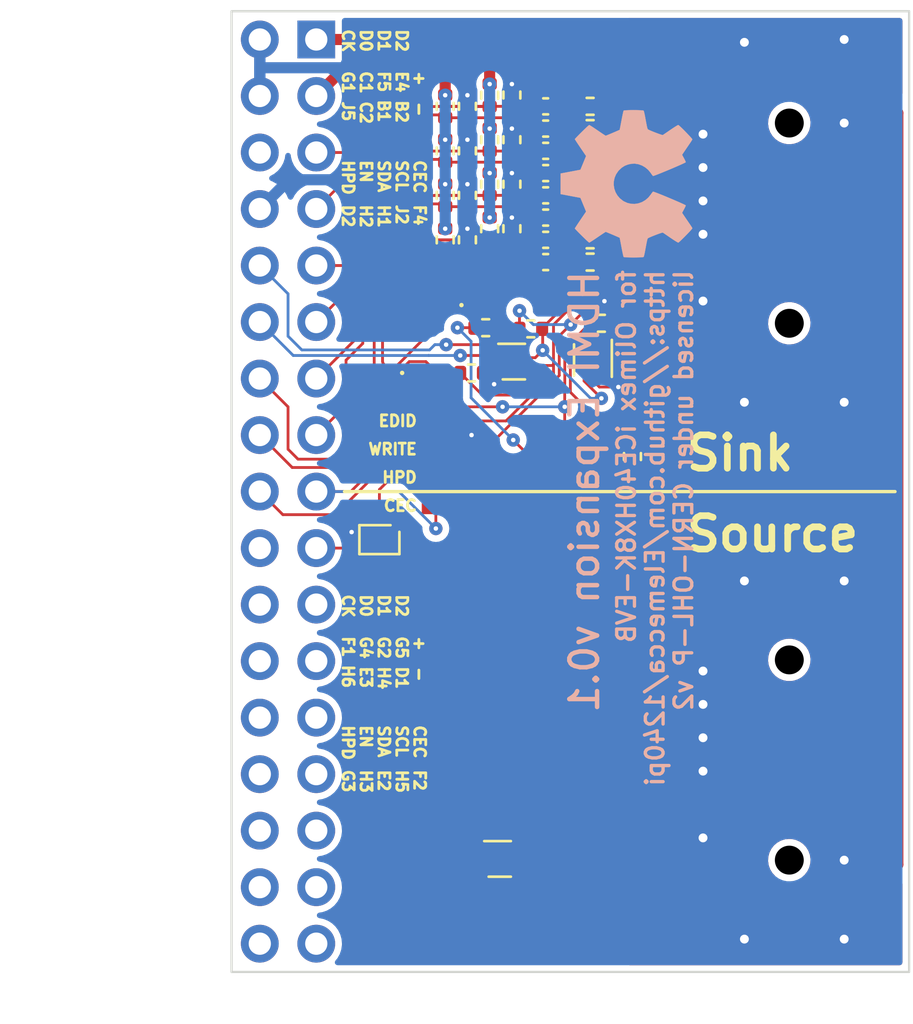
<source format=kicad_pcb>
(kicad_pcb (version 20211014) (generator pcbnew)
  (title_block (title "HDMI Expansion for Olimex ICE40HX8K-EVB") (date "2022-04-19") (rev "0.1") (company "© 2022 Sam Hanes, licensed under CERN-OHL-P v2") (comment 1 "https://github.com/Elemecca/1240pi"))
  (layers (0 "F.Cu" signal "Front") (31 "B.Cu" signal "Back") (34 "B.Paste" user) (35 "F.Paste" user) (36 "B.SilkS" user "B.Silkscreen") (37 "F.SilkS" user "F.Silkscreen") (38 "B.Mask" user) (39 "F.Mask" user) (44 "Edge.Cuts" user))
  (property "LVDS_TERM" "100R")
  (property "TMDS_R1" "150R")
  (property "TMDS_R2" "82R")
  (property "TMDS_R3" "50R")
  (net 0 "")
  (net 1 "GND")
  (net 3 "/IN_D2_P")
  (net 4 "/IN_D2_N")
  (net 5 "/IN_D0_P")
  (net 6 "/IN_D0_N")
  (net 7 "/IN_D1_P")
  (net 8 "/IN_D1_N")
  (net 10 "Net-(C1-Pad1)")
  (net 11 "/IN_CK_P")
  (net 12 "Net-(C2-Pad1)")
  (net 13 "/IN_CK_N")
  (net 14 "Net-(C3-Pad1)")
  (net 15 "/IN_SDA")
  (net 16 "Net-(C4-Pad1)")
  (net 17 "/IN_SCL")
  (net 18 "/HDMI In/HDMI_D2_P")
  (net 20 "/HDMI In/HDMI_D2_N")
  (net 21 "/HDMI In/HDMI_D1_P")
  (net 22 "/HDMI In/HDMI_D1_N")
  (net 23 "Net-(C5-Pad1)")
  (net 24 "/HDMI In/HDMI_D0_P")
  (net 25 "Net-(C6-Pad1)")
  (net 26 "/HDMI In/HDMI_D0_N")
  (net 27 "Net-(C7-Pad1)")
  (net 28 "/HDMI In/HDMI_CK_P")
  (net 29 "Net-(C8-Pad1)")
  (net 30 "/HDMI In/HDMI_CK_N")
  (net 31 "+5V")
  (net 32 "Net-(D2-Pad1)")
  (net 33 "/HDMI In/HDMI_SCL")
  (net 35 "/HDMI In/HDMI_SDA")
  (net 36 "/HDMI In/HDMI_+5V")
  (net 37 "/HDMI Out/HDMI_HPD")
  (net 38 "/HDMI Out/HDMI_+5V")
  (net 39 "/HDMI Out/HDMI_SDA")
  (net 40 "/HDMI Out/HDMI_SCL")
  (net 42 "/HDMI Out/HDMI_CK_N")
  (net 43 "/HDMI Out/HDMI_CK_P")
  (net 44 "/HDMI Out/HDMI_D0_N")
  (net 45 "/HDMI Out/HDMI_D0_P")
  (net 46 "/HDMI Out/HDMI_D1_N")
  (net 47 "/HDMI Out/HDMI_D1_P")
  (net 48 "/HDMI Out/HDMI_D2_N")
  (net 49 "/HDMI Out/HDMI_D2_P")
  (net 50 "/OUT_SCL")
  (net 51 "/OUT_SDA")
  (net 52 "/OUT_CK_N")
  (net 53 "/OUT_D0_N")
  (net 54 "/OUT_CK_P")
  (net 55 "/OUT_D0_P")
  (net 56 "/OUT_D1_N")
  (net 57 "/OUT_D2_N")
  (net 58 "/OUT_D1_P")
  (net 59 "/OUT_D2_P")
  (net 60 "/OUT_DETECT")
  (net 61 "/OUT_ENABLE")
  (net 62 "/OUT_CEC")
  (net 63 "/IN_DETECT")
  (net 64 "/IN_CEC")
  (net 65 "/IN_ENABLE")
  (net 66 "Net-(D1-Pad2)")
  (net 67 "/HDMI In/HDMI_HPD")
  (net 68 "/HDMI In/~{WC}")
  (net 69 "VCC")
  (net 70 "Net-(SW1-Pad8)")
  (footprint "Resistor_SMD:R_0402_1005Metric" (layer "F.Cu") (at 142.96 100.445 90)
    (fp_text reference "R26" hide)
    (fp_text value "150R" hide)
  )
  (footprint "Capacitor_SMD:C_0402_1005Metric" (layer "F.Cu") (at 147.48 99.445 180)
    (fp_text reference "C4" hide)
    (fp_text value "C" hide)
  )
  (footprint "Resistor_SMD:R_0402_1005Metric" (layer "F.Cu") (at 143.96 96.445 -90)
    (fp_text reference "R23" hide)
    (fp_text value "82R" hide)
  )
  (footprint "Resistor_SMD:R_0402_1005Metric" (layer "F.Cu") (at 149.48 99.445 180)
    (fp_text reference "R4" hide)
    (fp_text value "50R" hide)
  )
  (footprint "Capacitor_SMD:C_0402_1005Metric" (layer "F.Cu") (at 147.48 101.445 180)
    (fp_text reference "C8" hide)
    (fp_text value "C" hide)
  )
  (footprint "Resistor_SMD:R_0402_1005Metric" (layer "F.Cu") (at 144.145 106.426)
    (fp_text reference "R22" hide)
    (fp_text value "10k" hide)
  )
  (footprint "Package_SON:X2SON-8_1.4x1mm_P0.35mm" (layer "F.Cu") (at 145.415 128.27)
    (fp_text reference "U2" hide)
    (fp_text value "NXP_NTS0302" hide)
  )
  (footprint "0Local:ST_UFDFPN5" (layer "F.Cu") (at 149.606 105.8418 -90)
    (fp_text reference "U3" hide)
    (fp_text value "M24C02" hide)
  )
  (footprint "Resistor_SMD:R_0402_1005Metric" (layer "F.Cu") (at 149.48 101.445 180)
    (fp_text reference "R8" hide)
    (fp_text value "50R" hide)
  )
  (footprint "Capacitor_SMD:C_0402_1005Metric" (layer "F.Cu") (at 147.48 100.445 180)
    (fp_text reference "C7" hide)
    (fp_text value "C" hide)
  )
  (footprint "Resistor_SMD:R_0402_1005Metric" (layer "F.Cu") (at 149.987 104.195)
    (fp_text reference "R29" hide)
    (fp_text value "1k" hide)
  )
  (footprint "Resistor_SMD:R_0402_1005Metric" (layer "F.Cu") (at 145.96 93.935 -90)
    (fp_text reference "R9" hide)
    (fp_text value "82R" hide)
  )
  (footprint "Resistor_SMD:R_0402_1005Metric" (layer "F.Cu") (at 149.48 94.445 180)
    (fp_text reference "R1" hide)
    (fp_text value "50R" hide)
  )
  (footprint "Resistor_SMD:R_0402_1005Metric" (layer "F.Cu") (at 149.48 97.445 180)
    (fp_text reference "R6" hide)
    (fp_text value "50R" hide)
  )
  (footprint "Resistor_SMD:R_0402_1005Metric" (layer "F.Cu") (at 142.96 98.445 90)
    (fp_text reference "R16" hide)
    (fp_text value "150R" hide)
  )
  (footprint "Capacitor_SMD:C_0402_1005Metric" (layer "F.Cu") (at 147.48 97.445 180)
    (fp_text reference "C6" hide)
    (fp_text value "C" hide)
  )
  (footprint "Resistor_SMD:R_0402_1005Metric" (layer "F.Cu") (at 144.96 95.945 90)
    (fp_text reference "R19" hide)
    (fp_text value "150R" hide)
  )
  (footprint "Resistor_SMD:R_0402_1005Metric" (layer "F.Cu") (at 143.96 98.445 -90)
    (fp_text reference "R14" hide)
    (fp_text value "82R" hide)
  )
  (footprint "Resistor_SMD:R_0402_1005Metric" (layer "F.Cu") (at 146.812 104.4448)
    (fp_text reference "R27" hide)
    (fp_text value "47k" hide)
  )
  (footprint "Resistor_SMD:R_0402_1005Metric" (layer "F.Cu") (at 144.96 99.945 90)
    (fp_text reference "R20" hide)
    (fp_text value "150R" hide)
  )
  (footprint "0Local:CNC_2000-1-2-41-00-BK" (layer "F.Cu") (at 152.48 123.825 90)
    (fp_text reference "J3" hide)
    (fp_text value "HDMI_A" hide)
  )
  (footprint "Resistor_SMD:R_0402_1005Metric" (layer "F.Cu") (at 145.96 95.945 -90)
    (fp_text reference "R17" hide)
    (fp_text value "82R" hide)
  )
  (footprint "Resistor_SMD:R_0402_1005Metric" (layer "F.Cu") (at 143.96 94.445 -90)
    (fp_text reference "R13" hide)
    (fp_text value "82R" hide)
  )
  (footprint "Resistor_SMD:R_0402_1005Metric" (layer "F.Cu") (at 149.48 98.445 180)
    (fp_text reference "R3" hide)
    (fp_text value "50R" hide)
  )
  (footprint "Resistor_SMD:R_0402_1005Metric" (layer "F.Cu") (at 144.96 93.945 90)
    (fp_text reference "R11" hide)
    (fp_text value "150R" hide)
  )
  (footprint "Capacitor_SMD:C_0402_1005Metric" (layer "F.Cu") (at 147.48 96.445 180)
    (fp_text reference "C5" hide)
    (fp_text value "C" hide)
  )
  (footprint "Package_TO_SOT_SMD:SOT-886" (layer "F.Cu") (at 140 113.92 -90)
    (fp_text reference "U4" hide)
    (fp_text value "74LVC1G17" hide)
  )
  (footprint "Diode_SMD:D_0402_1005Metric" (layer "F.Cu") (at 144.782 103.378)
    (fp_text reference "D1" hide)
    (fp_text value "SBA0520Q" hide)
  )
  (footprint "Diode_SMD:D_0402_1005Metric" (layer "F.Cu") (at 142.113 106.426)
    (fp_text reference "D2" hide)
    (fp_text value "SBA0520Q" hide)
  )
  (footprint "Resistor_SMD:R_0402_1005Metric" (layer "F.Cu") (at 142.96 96.445 90)
    (fp_text reference "R25" hide)
    (fp_text value "150R" hide)
  )
  (footprint "Resistor_SMD:R_0402_1005Metric" (layer "F.Cu") (at 145.96 99.945 -90)
    (fp_text reference "R18" hide)
    (fp_text value "82R" hide)
  )
  (footprint "Package_SON:X2SON-8_1.4x1mm_P0.35mm" (layer "F.Cu") (at 146.05 105.918)
    (fp_text reference "U1" hide)
    (fp_text value "NTS0302" hide)
  )
  (footprint "Resistor_SMD:R_0402_1005Metric" (layer "F.Cu") (at 144.96 97.945 90)
    (fp_text reference "R12" hide)
    (fp_text value "150R" hide)
  )
  (footprint "Capacitor_SMD:C_0402_1005Metric" (layer "F.Cu") (at 147.48 98.445 180)
    (fp_text reference "C3" hide)
    (fp_text value "C" hide)
  )
  (footprint "Capacitor_SMD:C_0402_1005Metric" (layer "F.Cu") (at 147.48 95.445 180)
    (fp_text reference "C2" hide)
    (fp_text value "C" hide)
  )
  (footprint "Resistor_SMD:R_0402_1005Metric" (layer "F.Cu") (at 143.96 100.445 -90)
    (fp_text reference "R24" hide)
    (fp_text value "82R" hide)
  )
  (footprint "Resistor_SMD:R_0402_1005Metric" (layer "F.Cu") (at 144.782 104.394)
    (fp_text reference "R21" hide)
    (fp_text value "27k" hide)
  )
  (footprint "Resistor_SMD:R_0402_1005Metric" (layer "F.Cu") (at 149.48 96.445 180)
    (fp_text reference "R5" hide)
    (fp_text value "50R" hide)
  )
  (footprint "0Local:CNC_2000-1-2-41-00-BK" (layer "F.Cu") (at 152.48 99.695 90)
    (fp_text reference "J2" hide)
    (fp_text value "HDMI_A" hide)
  )
  (footprint "Resistor_SMD:R_0402_1005Metric" (layer "F.Cu") (at 149.48 95.445 180)
    (fp_text reference "R2" hide)
    (fp_text value "50R" hide)
  )
  (footprint "Resistor_SMD:R_0402_1005Metric" (layer "F.Cu") (at 145.96 97.945 -90)
    (fp_text reference "R10" hide)
    (fp_text value "82R" hide)
  )
  (footprint "0Local:CTS_218-4" (layer "F.Cu") (at 146.35 110.49)
    (fp_text reference "SW1" hide)
    (fp_text value "CTS_218-4LPSTR" hide)
  )
  (footprint "Connector_PinSocket_2.54mm:PinSocket_2x17_P2.54mm_Horizontal" (layer "F.Cu") (at 137.16 91.44)
    (fp_text reference "J1" hide)
    (fp_text value "Conn_02x17_Odd_Even")
  )
  (footprint "Resistor_SMD:R_0402_1005Metric" (layer "F.Cu") (at 149.48 100.445 180)
    (fp_text reference "R7" hide)
    (fp_text value "50R" hide)
  )
  (footprint "Capacitor_SMD:C_0402_1005Metric" (layer "F.Cu") (at 147.48 94.445 180)
    (fp_text reference "C1" hide)
    (fp_text value "C" hide)
  )
  (footprint "Resistor_SMD:R_0402_1005Metric" (layer "F.Cu") (at 151.384 110.1852 -90)
    (fp_text reference "R28" hide)
    (fp_text value "10k" hide)
  )
  (footprint "Resistor_SMD:R_0402_1005Metric" (layer "F.Cu") (at 142.96 94.445 90)
    (fp_text reference "R15" hide)
    (fp_text value "150R" hide)
  )
  (footprint "Symbol:OSHW-Symbol_6.7x6mm_SilkScreen" (layer "B.Cu") (at 151.13 97.917 -90)
    (fp_text reference "REF**" hide)
    (fp_text value "OSHW-Symbol_6.7x6mm_SilkScreen" hide)
  )
  (gr_line (start 163.195 111.76) (end 139.7 111.76) (layer "F.SilkS") (width 0.15))
  (gr_line (start 139.7 111.76) (end 138.43 111.76) (layer "F.SilkS") (width 0.15))
  (gr_rect (start 133.35 90.17) (end 163.83 133.35) (layer "Edge.Cuts") (width 0.1) (fill none))
  (gr_text "for Olimex iCE40HX8K-EVB\nhttps://github.com/Elemecca/1240pi\nlicensed under CERN-OHL-P v2" (at 152.4 101.727 90) (layer "B.SilkS") (effects (font (size 0.8 0.8)) (justify left mirror)))
  (gr_text "HDMI Expansion v${REVISION}" (at 149.225 101.727 90) (layer "B.SilkS") (effects (font (size 1.25 1.25) (thickness 0.2)) (justify left mirror)))
  (gr_text "Source" (at 153.67 113.665) (layer "F.SilkS") (effects (font (size 1.5 1.5) (thickness 0.3)) (justify left)))
  (gr_text "CEC" (at 141.75 112.395) (layer "F.SilkS") (effects (font (size 0.5 0.5) (thickness 0.125)) (justify right)))
  (gr_text "HPD" (at 141.75 111.125) (layer "F.SilkS") (effects (font (size 0.5 0.5) (thickness 0.125)) (justify right)))
  (gr_text "Sink" (at 153.67 110.031559) (layer "F.SilkS") (effects (font (size 1.5 1.5) (thickness 0.3)) (justify left)))
  (gr_text "WRITE" (at 141.75 109.855) (layer "F.SilkS") (effects (font (size 0.5 0.5) (thickness 0.125)) (justify right)))
  (gr_text "	+  -	CEC	F2\nD2	G5 D1	SCL	H5\nD1	G2 H4	SDA	E2\nD0	G4 E3	EN	H3\nCK	F1 H6	HPD	G3" (at 140.2 116.32 270) (layer "F.SilkS") (effects (font (size 0.5 0.5) (thickness 0.125)) (justify left)))
  (gr_text "	+  -	CEC	F4\nD2	E4 B2	SCL	J2\nD1	F5 B1	SDA	H1\nD0	C1 C2	EN	H2\nCK	G1 J5	HPD	D2" (at 140.2 90.92 -90) (layer "F.SilkS") (effects (font (size 0.5 0.5) (thickness 0.125)) (justify left)))
  (gr_text "EDID" (at 141.75 108.585) (layer "F.SilkS") (effects (font (size 0.5 0.5) (thickness 0.125)) (justify right)))
  (segment (start 152.48 97.195) (end 154.559 97.195) (width 0.2) (layer "F.Cu") (net 1))
  (segment (start 152.48 95.695) (end 154.559 95.695) (width 0.2) (layer "F.Cu") (net 1))
  (segment (start 144.672 106.443) (end 144.655 106.426) (width 0.125) (layer "F.Cu") (net 1))
  (segment (start 143.96 99.935) (end 143.96 99.945) (width 0.125) (layer "F.Cu") (net 1))
  (segment (start 150.128827 103.195) (end 150.122847 103.20098) (width 0.2) (layer "F.Cu") (net 1))
  (segment (start 152.48 124.325) (end 154.559 124.325) (width 0.2) (layer "F.Cu") (net 1))
  (segment (start 152.48 103.195) (end 150.128827 103.195) (width 0.2) (layer "F.Cu") (net 1))
  (segment (start 149.9002 107.061) (end 150.749 107.061) (width 0.125) (layer "F.Cu") (net 1))
  (segment (start 143.96 93.935) (end 143.96 93.945) (width 0.125) (layer "F.Cu") (net 1))
  (segment (start 152.48 100.195) (end 154.559 100.195) (width 0.2) (layer "F.Cu") (net 1))
  (segment (start 149.606 106.7668) (end 149.9002 107.061) (width 0.125) (layer "F.Cu") (net 1))
  (segment (start 152.48 121.325) (end 154.559 121.325) (width 0.2) (layer "F.Cu") (net 1))
  (segment (start 143.96 97.935) (end 143.96 97.945) (width 0.125) (layer "F.Cu") (net 1))
  (segment (start 145.161 106.934) (end 145.161 106.46) (width 0.125) (layer "F.Cu") (net 1))
  (segment (start 145.96 95.435) (end 145.96 95.445) (width 0.125) (layer "F.Cu") (net 1))
  (segment (start 149.606 105.8418) (end 149.606 106.7668) (width 0.125) (layer "F.Cu") (net 1))
  (segment (start 145.178 106.443) (end 144.672 106.443) (width 0.125) (layer "F.Cu") (net 1))
  (segment (start 152.48 119.825) (end 154.559 119.825) (width 0.2) (layer "F.Cu") (net 1))
  (segment (start 152.48 103.195) (end 154.559 103.195) (width 0.2) (layer "F.Cu") (net 1))
  (segment (start 143.96 95.935) (end 143.96 95.945) (width 0.125) (layer "F.Cu") (net 1))
  (segment (start 145.96 97.435) (end 145.96 97.445) (width 0.125) (layer "F.Cu") (net 1))
  (segment (start 152.48 127.325) (end 154.559 127.325) (width 0.2) (layer "F.Cu") (net 1))
  (segment (start 145.96 93.425) (end 145.96 93.445) (width 0.125) (layer "F.Cu") (net 1))
  (segment (start 145.715 106.443) (end 145.178 106.443) (width 0.125) (layer "F.Cu") (net 1))
  (segment (start 139.5 113.58) (end 138.75 113.58) (width 0.125) (layer "F.Cu") (net 1))
  (segment (start 152.48 98.695) (end 154.559 98.695) (width 0.2) (layer "F.Cu") (net 1))
  (segment (start 143.51 109.855) (end 144.145 109.22) (width 0.125) (layer "F.Cu") (net 1))
  (segment (start 142.54 109.855) (end 143.51 109.855) (width 0.125) (layer "F.Cu") (net 1))
  (segment (start 145.161 106.46) (end 145.178 106.443) (width 0.125) (layer "F.Cu") (net 1))
  (segment (start 152.48 122.825) (end 154.559 122.825) (width 0.2) (layer "F.Cu") (net 1))
  (segment (start 145.96 99.435) (end 145.96 99.445) (width 0.125) (layer "F.Cu") (net 1))
  (via (at 154.559 122.825) (size 0.8) (drill 0.4) (layers "F.Cu" "B.Cu") (net 1))
  (via (at 143.96 97.945) (size 0.6) (drill 0.2) (layers "F.Cu" "B.Cu") (net 1))
  (via (at 154.559 121.325) (size 0.8) (drill 0.4) (layers "F.Cu" "B.Cu") (net 1))
  (via (at 154.559 98.695) (size 0.8) (drill 0.4) (layers "F.Cu" "B.Cu") (net 1))
  (via (at 145.96 99.445) (size 0.6) (drill 0.2) (layers "F.Cu" "B.Cu") (net 1))
  (via (at 154.559 97.195) (size 0.8) (drill 0.4) (layers "F.Cu" "B.Cu") (net 1))
  (via (at 160.909 95.194999) (size 0.8) (drill 0.4) (layers "F.Cu" "B.Cu") (net 1))
  (via (at 144.145 109.22) (size 0.6) (drill 0.2) (layers "F.Cu" "B.Cu") (net 1))
  (via (at 150.749 107.061) (size 0.6) (drill 0.2) (layers "F.Cu" "B.Cu") (net 1))
  (via (at 154.559 119.825) (size 0.8) (drill 0.4) (layers "F.Cu" "B.Cu") (net 1))
  (via (at 145.161 106.934) (size 0.6) (drill 0.2) (layers "F.Cu" "B.Cu") (net 1))
  (via (at 154.559 100.195) (size 0.8) (drill 0.4) (layers "F.Cu" "B.Cu") (net 1))
  (via (at 143.96 99.945) (size 0.6) (drill 0.2) (layers "F.Cu" "B.Cu") (net 1))
  (via (at 156.419999 107.744999) (size 0.8) (drill 0.4) (layers "F.Cu" "B.Cu") (net 1))
  (via (at 145.96 95.445) (size 0.6) (drill 0.2) (layers "F.Cu" "B.Cu") (net 1))
  (via (at 154.559 95.695) (size 0.8) (drill 0.4) (layers "F.Cu" "B.Cu") (net 1))
  (via (at 154.559 127.325) (size 0.8) (drill 0.4) (layers "F.Cu" "B.Cu") (net 1))
  (via (at 145.96 93.445) (size 0.6) (drill 0.2) (layers "F.Cu" "B.Cu") (net 1))
  (via (at 160.909 128.325001) (size 0.8) (drill 0.4) (layers "F.Cu" "B.Cu") (net 1))
  (via (at 156.419999 115.775001) (size 0.8) (drill 0.4) (layers "F.Cu" "B.Cu") (net 1))
  (via (at 160.909 131.874999) (size 0.8) (drill 0.4) (layers "F.Cu" "B.Cu") (net 1))
  (via (at 160.909 115.775001) (size 0.8) (drill 0.4) (layers "F.Cu" "B.Cu") (net 1))
  (via (at 150.122847 103.20098) (size 0.6) (drill 0.2) (layers "F.Cu" "B.Cu") (net 1))
  (via (at 138.75 113.58) (size 0.6) (drill 0.2) (layers "F.Cu" "B.Cu") (net 1))
  (via (at 160.909 91.44) (size 0.8) (drill 0.4) (layers "F.Cu" "B.Cu") (net 1))
  (via (at 156.419999 131.874999) (size 0.8) (drill 0.4) (layers "F.Cu" "B.Cu") (net 1))
  (via (at 160.909 107.744999) (size 0.8) (drill 0.4) (layers "F.Cu" "B.Cu") (net 1))
  (via (at 156.419999 91.567) (size 0.8) (drill 0.4) (layers "F.Cu" "B.Cu") (net 1))
  (via (at 143.96 93.945) (size 0.6) (drill 0.2) (layers "F.Cu" "B.Cu") (net 1))
  (via (at 145.96 97.445) (size 0.6) (drill 0.2) (layers "F.Cu" "B.Cu") (net 1))
  (via (at 154.559 103.195) (size 0.8) (drill 0.4) (layers "F.Cu" "B.Cu") (net 1))
  (via (at 154.559 124.325) (size 0.8) (drill 0.4) (layers "F.Cu" "B.Cu") (net 1))
  (via (at 143.96 95.945) (size 0.6) (drill 0.2) (layers "F.Cu" "B.Cu") (net 1))
  (segment (start 143.96 99.945) (end 143.96 93.945) (width 0.5) (layer "B.Cu") (net 1))
  (segment (start 134.62 91.44) (end 134.62 92.71) (width 0.5) (layer "B.Cu") (net 1))
  (segment (start 134.62 99.06) (end 135.935489 97.744511) (width 0.5) (layer "B.Cu") (net 1))
  (segment (start 145.96 99.445) (end 145.96 93.445) (width 0.5) (layer "B.Cu") (net 1))
  (segment (start 134.62 92.71) (end 138.43 92.71) (width 0.5) (layer "B.Cu") (net 1))
  (segment (start 135.935489 97.744511) (end 139.654511 97.744511) (width 0.5) (layer "B.Cu") (net 1))
  (segment (start 134.62 92.71) (end 134.62 93.98) (width 0.5) (layer "B.Cu") (net 1))
  (segment (start 141.234669 94.455) (end 139.169669 96.52) (width 0.125) (layer "F.Cu") (net 3))
  (segment (start 144.96 94.455) (end 141.234669 94.455) (width 0.125) (layer "F.Cu") (net 3))
  (segment (start 147 94.445) (end 142.537 94.445) (width 0.125) (layer "F.Cu") (net 3))
  (segment (start 139.169669 96.52) (end 137.16 96.52) (width 0.125) (layer "F.Cu") (net 3))
  (segment (start 139.740472 96.479531) (end 139.740471 96.47953) (width 0.125) (layer "F.Cu") (net 4))
  (segment (start 140.304321 96.619116) (end 140.164736 96.479531) (width 0.125) (layer "F.Cu") (net 4))
  (segment (start 139.157118 97.062882) (end 137.16 99.06) (width 0.125) (layer "F.Cu") (net 4))
  (segment (start 146.512989 94.957989) (end 142.962989 94.957989) (width 0.125) (layer "F.Cu") (net 4))
  (segment (start 139.740471 96.47953) (end 139.157118 97.062882) (width 0.125) (layer "F.Cu") (net 4))
  (segment (start 141.389999 94.830001) (end 140.589 95.631) (width 0.125) (layer "F.Cu") (net 4))
  (segment (start 142.962989 94.957989) (end 142.96 94.955) (width 0.125) (layer "F.Cu") (net 4))
  (segment (start 140.588999 96.055266) (end 140.728585 96.194852) (width 0.125) (layer "F.Cu") (net 4))
  (segment (start 142.96 94.955) (end 142.835001 94.830001) (width 0.125) (layer "F.Cu") (net 4))
  (segment (start 142.835001 94.830001) (end 141.389999 94.830001) (width 0.125) (layer "F.Cu") (net 4))
  (segment (start 147 95.445) (end 146.512989 94.957989) (width 0.125) (layer "F.Cu") (net 4))
  (segment (start 140.589 96.055266) (end 140.588999 96.055266) (width 0.125) (layer "F.Cu") (net 4))
  (arc (start 140.589 95.631) (mid 140.501131 95.843134) (end 140.589 96.055266) (width 0.125) (layer "F.Cu") (net 4))
  (arc (start 140.164736 96.479531) (mid 139.952604 96.391663) (end 139.740472 96.479531) (width 0.125) (layer "F.Cu") (net 4))
  (arc (start 140.728585 96.619116) (mid 140.516453 96.706984) (end 140.304321 96.619116) (width 0.125) (layer "F.Cu") (net 4))
  (arc (start 140.728585 96.194852) (mid 140.816453 96.406984) (end 140.728585 96.619116) (width 0.125) (layer "F.Cu") (net 4))
  (segment (start 144.96 98.455) (end 141.309834 98.455) (width 0.125) (layer "F.Cu") (net 5))
  (segment (start 140.1475 99.617334) (end 140.1475 102.538334) (width 0.125) (layer "F.Cu") (net 5))
  (segment (start 138.8775 103.808334) (end 138.8775 104.9625) (width 0.125) (layer "F.Cu") (net 5))
  (segment (start 147 98.445) (end 142.47 98.445) (width 0.125) (layer "F.Cu") (net 5))
  (segment (start 141.309834 98.455) (end 140.1475 99.617334) (width 0.125) (layer "F.Cu") (net 5))
  (segment (start 140.1475 102.538334) (end 138.8775 103.808334) (width 0.125) (layer "F.Cu") (net 5))
  (segment (start 138.8775 104.9625) (end 137.16 106.68) (width 0.125) (layer "F.Cu") (net 5))
  (segment (start 141.465165 98.830001) (end 140.5225 99.772666) (width 0.125) (layer "F.Cu") (net 6))
  (segment (start 142.96 98.955) (end 142.835001 98.830001) (width 0.125) (layer "F.Cu") (net 6))
  (segment (start 140.5225 102.693666) (end 139.2525 103.963666) (width 0.125) (layer "F.Cu") (net 6))
  (segment (start 138.499083 107.880917) (end 137.16 109.22) (width 0.125) (layer "F.Cu") (net 6))
  (segment (start 144.97 98.955) (end 146.51 98.955) (width 0.125) (layer "F.Cu") (net 6))
  (segment (start 142.96 98.955) (end 144.97 98.955) (width 0.125) (layer "F.Cu") (net 6))
  (segment (start 139.2525 103.963666) (end 139.2525 105.101083) (width 0.125) (layer "F.Cu") (net 6))
  (segment (start 146.51 98.955) (end 147 99.445) (width 0.125) (layer "F.Cu") (net 6))
  (segment (start 138.499083 105.8545) (end 138.499083 107.880917) (width 0.125) (layer "F.Cu") (net 6))
  (segment (start 140.5225 99.772666) (end 140.5225 102.693666) (width 0.125) (layer "F.Cu") (net 6))
  (segment (start 139.2525 105.101083) (end 138.499083 105.8545) (width 0.125) (layer "F.Cu") (net 6))
  (segment (start 142.835001 98.830001) (end 141.465165 98.830001) (width 0.125) (layer "F.Cu") (net 6))
  (segment (start 139.169669 101.6) (end 137.16 101.6) (width 0.125) (layer "F.Cu") (net 7))
  (segment (start 139.2585 101.511169) (end 139.169669 101.6) (width 0.125) (layer "F.Cu") (net 7))
  (segment (start 142.039834 96.455) (end 139.2585 99.236334) (width 0.125) (layer "F.Cu") (net 7))
  (segment (start 142.039834 96.455) (end 146.99 96.455) (width 0.125) (layer "F.Cu") (net 7))
  (segment (start 146.99 96.455) (end 147 96.445) (width 0.125) (layer "F.Cu") (net 7))
  (segment (start 139.2585 99.236334) (end 139.2585 101.511169) (width 0.125) (layer "F.Cu") (net 7))
  (segment (start 143.45 96.955) (end 146.51 96.955) (width 0.125) (layer "F.Cu") (net 8))
  (segment (start 142.014611 97.010554) (end 142.120677 96.904489) (width 0.125) (layer "F.Cu") (net 8))
  (segment (start 139.6335 101.6665) (end 139.6335 99.391666) (width 0.125) (layer "F.Cu") (net 8))
  (segment (start 141.590347 97.859083) (end 141.729889 97.998625) (width 0.125) (layer "F.Cu") (net 8))
  (segment (start 142.01461 97.010553) (end 142.014611 97.010554) (width 0.125) (layer "F.Cu") (net 8))
  (segment (start 137.16 104.14) (end 139.6335 101.6665) (width 0.125) (layer "F.Cu") (net 8))
  (segment (start 142.154153 97.57436) (end 142.01461 97.434817) (width 0.125) (layer "F.Cu") (net 8))
  (segment (start 142.96 96.955) (end 143.45 96.955) (width 0.125) (layer "F.Cu") (net 8))
  (segment (start 142.154153 97.574359) (end 142.154153 97.57436) (width 0.125) (layer "F.Cu") (net 8))
  (segment (start 142.120677 96.904489) (end 142.195165 96.830001) (width 0.125) (layer "F.Cu") (net 8))
  (segment (start 142.835001 96.830001) (end 142.96 96.955) (width 0.125) (layer "F.Cu") (net 8))
  (segment (start 146.51 96.955) (end 147 97.445) (width 0.125) (layer "F.Cu") (net 8))
  (segment (start 142.195165 96.830001) (end 142.835001 96.830001) (width 0.125) (layer "F.Cu") (net 8))
  (segment (start 139.6335 99.391666) (end 141.166083 97.859083) (width 0.125) (layer "F.Cu") (net 8))
  (arc (start 141.166083 97.859083) (mid 141.378215 97.771215) (end 141.590347 97.859083) (width 0.125) (layer "F.Cu") (net 8))
  (arc (start 142.154153 97.998625) (mid 142.242021 97.786492) (end 142.154153 97.574359) (width 0.125) (layer "F.Cu") (net 8))
  (arc (start 142.01461 97.434817) (mid 141.926742 97.222685) (end 142.01461 97.010553) (width 0.125) (layer "F.Cu") (net 8))
  (arc (start 141.729889 97.998625) (mid 141.942021 98.086493) (end 142.154153 97.998625) (width 0.125) (layer "F.Cu") (net 8))
  (segment (start 147.96 94.445) (end 148.97 94.445) (width 0.125) (layer "F.Cu") (net 10))
  (segment (start 144.96 100.455) (end 142.103834 100.455) (width 0.125) (layer "F.Cu") (net 11))
  (segment (start 136.3375 110.3025) (end 135.89 109.855) (width 0.125) (layer "F.Cu") (net 11))
  (segment (start 139.7665 108.634334) (end 138.098334 110.3025) (width 0.125) (layer "F.Cu") (net 11))
  (segment (start 139.7665 104.189334) (end 139.7665 108.634334) (width 0.125) (layer "F.Cu") (net 11))
  (segment (start 141.0365 101.522334) (end 141.0365 102.919334) (width 0.125) (layer "F.Cu") (net 11))
  (segment (start 142.103834 100.455) (end 141.0365 101.522334) (width 0.125) (layer "F.Cu") (net 11))
  (segment (start 135.89 109.855) (end 135.89 107.95) (width 0.125) (layer "F.Cu") (net 11))
  (segment (start 135.89 107.95) (end 134.62 106.68) (width 0.125) (layer "F.Cu") (net 11))
  (segment (start 141.0365 102.919334) (end 139.7665 104.189334) (width 0.125) (layer "F.Cu") (net 11))
  (segment (start 147 100.445) (end 142.452298 100.445) (width 0.125) (layer "F.Cu") (net 11))
  (segment (start 138.098334 110.3025) (end 136.3375 110.3025) (width 0.125) (layer "F.Cu") (net 11))
  (segment (start 147.96 95.445) (end 148.97 95.445) (width 0.125) (layer "F.Cu") (net 12))
  (segment (start 140.1415 106.7125) (end 140.3665 106.7125) (width 0.125) (layer "F.Cu") (net 13))
  (segment (start 141.4115 101.677666) (end 142.259165 100.830001) (width 0.125) (layer "F.Cu") (net 13))
  (segment (start 145.22 100.955) (end 146.51 100.955) (width 0.125) (layer "F.Cu") (net 13))
  (segment (start 140.5915 106.4875) (end 140.5915 106.3375) (width 0.125) (layer "F.Cu") (net 13))
  (segment (start 142.96 100.955) (end 145.22 100.955) (width 0.125) (layer "F.Cu") (net 13))
  (segment (start 140.741819 104.168614) (end 141.024661 104.451456) (width 0.125) (layer "F.Cu") (net 13))
  (segment (start 146.51 100.955) (end 147 101.445) (width 0.125) (layer "F.Cu") (net 13))
  (segment (start 140.1415 105.8875) (end 140.1415 104.344666) (width 0.125) (layer "F.Cu") (net 13))
  (segment (start 140.5915 107.6875) (end 140.5915 107.5375) (width 0.125) (layer "F.Cu") (net 13))
  (segment (start 140.1415 107.3125) (end 140.0915 107.3125) (width 0.125) (layer "F.Cu") (net 13))
  (segment (start 139.933532 109.704739) (end 139.79211 109.563317) (width 0.125) (layer "F.Cu") (net 13))
  (segment (start 136.0775 110.6775) (end 138.253666 110.6775) (width 0.125) (layer "F.Cu") (net 13))
  (segment (start 142.259165 100.830001) (end 142.835001 100.830001) (width 0.125) (layer "F.Cu") (net 13))
  (segment (start 141.448925 104.027192) (end 141.166082 103.744349) (width 0.125) (layer "F.Cu") (net 13))
  (segment (start 139.367847 109.987583) (end 139.509268 110.129004) (width 0.125) (layer "F.Cu") (net 13))
  (segment (start 139.933532 109.704738) (end 139.933532 109.704739) (width 0.125) (layer "F.Cu") (net 13))
  (segment (start 140.1415 108.789666) (end 140.1415 108.1375) (width 0.125) (layer "F.Cu") (net 13))
  (segment (start 141.166082 103.744349) (end 141.166083 103.744349) (width 0.125) (layer "F.Cu") (net 13))
  (segment (start 138.253666 110.6775) (end 138.943583 109.987583) (width 0.125) (layer "F.Cu") (net 13))
  (segment (start 141.4115 103.074666) (end 141.4115 101.677666) (width 0.125) (layer "F.Cu") (net 13))
  (segment (start 141.166083 103.320083) (end 141.4115 103.074666) (width 0.125) (layer "F.Cu") (net 13))
  (segment (start 139.792111 109.139054) (end 139.898177 109.032989) (width 0.125) (layer "F.Cu") (net 13))
  (segment (start 140.3665 107.3125) (end 140.1415 107.3125) (width 0.125) (layer "F.Cu") (net 13))
  (segment (start 139.79211 109.139053) (end 139.792111 109.139054) (width 0.125) (layer "F.Cu") (net 13))
  (segment (start 134.62 109.22) (end 136.0775 110.6775) (width 0.125) (layer "F.Cu") (net 13))
  (segment (start 140.0415 107.2625) (end 140.0415 106.7625) (width 0.125) (layer "F.Cu") (net 13))
  (segment (start 140.0915 106.7125) (end 140.1415 106.7125) (width 0.125) (layer "F.Cu") (net 13))
  (segment (start 140.1415 104.344666) (end 140.317555 104.168614) (width 0.125) (layer "F.Cu") (net 13))
  (segment (start 142.835001 100.830001) (end 142.96 100.955) (width 0.125) (layer "F.Cu") (net 13))
  (segment (start 139.898177 109.032989) (end 140.1415 108.789666) (width 0.125) (layer "F.Cu") (net 13))
  (arc (start 140.3665 107.9125) (mid 140.525599 107.846599) (end 140.5915 107.6875) (width 0.125) (layer "F.Cu") (net 13))
  (arc (start 139.933532 110.129004) (mid 140.0214 109.916871) (end 139.933532 109.704738) (width 0.125) (layer "F.Cu") (net 13))
  (arc (start 141.166083 103.744349) (mid 141.078214 103.532217) (end 141.166083 103.320083) (width 0.125) (layer "F.Cu") (net 13))
  (arc (start 140.0915 107.3125) (mid 140.056145 107.297855) (end 140.0415 107.2625) (width 0.125) (layer "F.Cu") (net 13))
  (arc (start 138.943583 109.987583) (mid 139.155715 109.899715) (end 139.367847 109.987583) (width 0.125) (layer "F.Cu") (net 13))
  (arc (start 140.317555 104.168614) (mid 140.529687 104.080746) (end 140.741819 104.168614) (width 0.125) (layer "F.Cu") (net 13))
  (arc (start 141.448925 104.451456) (mid 141.536793 104.239324) (end 141.448925 104.027192) (width 0.125) (layer "F.Cu") (net 13))
  (arc (start 140.5915 106.3375) (mid 140.525599 106.178401) (end 140.3665 106.1125) (width 0.125) (layer "F.Cu") (net 13))
  (arc (start 140.1415 108.1375) (mid 140.207401 107.978401) (end 140.3665 107.9125) (width 0.125) (layer "F.Cu") (net 13))
  (arc (start 139.509268 110.129004) (mid 139.7214 110.216872) (end 139.933532 110.129004) (width 0.125) (layer "F.Cu") (net 13))
  (arc (start 140.5915 107.5375) (mid 140.525599 107.378401) (end 140.3665 107.3125) (width 0.125) (layer "F.Cu") (net 13))
  (arc (start 141.024661 104.451456) (mid 141.236793 104.539324) (end 141.448925 104.451456) (width 0.125) (layer "F.Cu") (net 13))
  (arc (start 140.3665 106.1125) (mid 140.207401 106.046599) (end 140.1415 105.8875) (width 0.125) (layer "F.Cu") (net 13))
  (arc (start 139.79211 109.563317) (mid 139.704242 109.351185) (end 139.79211 109.139053) (width 0.125) (layer "F.Cu") (net 13))
  (arc (start 140.0415 106.7625) (mid 140.056145 106.727145) (end 140.0915 106.7125) (width 0.125) (layer "F.Cu") (net 13))
  (arc (start 140.3665 106.7125) (mid 140.525599 106.646599) (end 140.5915 106.4875) (width 0.125) (layer "F.Cu") (net 13))
  (segment (start 147.96 98.445) (end 148.97 98.445) (width 0.125) (layer "F.Cu") (net 14))
  (segment (start 143.637 105.643) (end 144.787126 105.643) (width 0.125) (layer "F.Cu") (net 15))
  (segment (start 145.237126 106.093) (end 145.715 106.093) (width 0.125) (layer "F.Cu") (net 15))
  (segment (start 144.787126 105.643) (end 145.237126 106.093) (width 0.125) (layer "F.Cu") (net 15))
  (via (at 143.637 105.643) (size 0.6) (drill 0.2) (layers "F.Cu" "B.Cu") (net 15))
  (segment (start 136.122989 105.642989) (end 134.62 104.14) (width 0.125) (layer "B.Cu") (net 15))
  (segment (start 142.219 105.643) (end 142.218989 105.642989) (width 0.125) (layer "B.Cu") (net 15))
  (segment (start 143.637 105.643) (end 142.219 105.643) (width 0.125) (layer "B.Cu") (net 15))
  (segment (start 142.218989 105.642989) (end 136.122989 105.642989) (width 0.125) (layer "B.Cu") (net 15))
  (segment (start 147.96 99.445) (end 148.97 99.445) (width 0.125) (layer "F.Cu") (net 16))
  (segment (start 143.002 105.156) (end 144.653 105.156) (width 0.125) (layer "F.Cu") (net 17))
  (segment (start 145.24 105.743) (end 145.715 105.743) (width 0.125) (layer "F.Cu") (net 17))
  (segment (start 144.653 105.156) (end 145.24 105.743) (width 0.125) (layer "F.Cu") (net 17))
  (via (at 143.002 105.156) (size 0.6) (drill 0.2) (layers "F.Cu" "B.Cu") (net 17))
  (segment (start 142.494 105.156) (end 142.256531 105.393469) (width 0.125) (layer "B.Cu") (net 17))
  (segment (start 142.256531 105.393469) (end 136.508469 105.393469) (width 0.125) (layer "B.Cu") (net 17))
  (segment (start 135.89 104.775) (end 135.89 102.87) (width 0.125) (layer "B.Cu") (net 17))
  (segment (start 136.508469 105.393469) (end 135.89 104.775) (width 0.125) (layer "B.Cu") (net 17))
  (segment (start 143.002 105.156) (end 142.494 105.156) (width 0.125) (layer "B.Cu") (net 17))
  (segment (start 135.89 102.87) (end 134.62 101.6) (width 0.125) (layer "B.Cu") (net 17))
  (segment (start 150.74 95.195) (end 149.99 94.445) (width 0.125) (layer "F.Cu") (net 18))
  (segment (start 152.48 95.195) (end 150.74 95.195) (width 0.125) (layer "F.Cu") (net 18))
  (segment (start 150.74 96.195) (end 149.99 95.445) (width 0.125) (layer "F.Cu") (net 20))
  (segment (start 152.48 96.195) (end 150.74 96.195) (width 0.125) (layer "F.Cu") (net 20))
  (segment (start 152.48 96.695) (end 150.24 96.695) (width 0.125) (layer "F.Cu") (net 21))
  (segment (start 150.24 96.695) (end 149.99 96.445) (width 0.125) (layer "F.Cu") (net 21))
  (segment (start 150.24 97.695) (end 149.99 97.445) (width 0.125) (layer "F.Cu") (net 22))
  (segment (start 152.48 97.695) (end 150.24 97.695) (width 0.125) (layer "F.Cu") (net 22))
  (segment (start 147.96 96.445) (end 148.97 96.445) (width 0.125) (layer "F.Cu") (net 23))
  (segment (start 150.24 98.195) (end 149.99 98.445) (width 0.125) (layer "F.Cu") (net 24))
  (segment (start 152.48 98.195) (end 150.24 98.195) (width 0.125) (layer "F.Cu") (net 24))
  (segment (start 147.96 97.445) (end 148.97 97.445) (width 0.125) (layer "F.Cu") (net 25))
  (segment (start 150.24 99.195) (end 149.99 99.445) (width 0.125) (layer "F.Cu") (net 26))
  (segment (start 152.48 99.195) (end 150.24 99.195) (width 0.125) (layer "F.Cu") (net 26))
  (segment (start 147.96 100.445) (end 148.97 100.445) (width 0.125) (layer "F.Cu") (net 27))
  (segment (start 150.74 99.695) (end 149.99 100.445) (width 0.125) (layer "F.Cu") (net 28))
  (segment (start 152.48 99.695) (end 150.74 99.695) (width 0.125) (layer "F.Cu") (net 28))
  (segment (start 147.96 101.445) (end 148.97 101.445) (width 0.125) (layer "F.Cu") (net 29))
  (segment (start 152.48 100.695) (end 150.74 100.695) (width 0.125) (layer "F.Cu") (net 30))
  (segment (start 150.74 100.695) (end 149.99 101.445) (width 0.125) (layer "F.Cu") (net 30))
  (segment (start 161.544 92.964) (end 163.322 94.742) (width 0.5) (layer "F.Cu") (net 31))
  (segment (start 151.892 130.556) (end 150.241 132.207) (width 0.5) (layer "F.Cu") (net 31))
  (segment (start 137.16 91.44) (end 150.114 91.44) (width 0.5) (layer "F.Cu") (net 31))
  (segment (start 161.29 130.556) (end 151.892 130.556) (width 0.5) (layer "F.Cu") (net 31))
  (segment (start 151.638 92.964) (end 161.544 92.964) (width 0.5) (layer "F.Cu") (net 31))
  (segment (start 150.114 91.44) (end 151.638 92.964) (width 0.5) (layer "F.Cu") (net 31))
  (segment (start 163.322 128.524) (end 161.29 130.556) (width 0.5) (layer "F.Cu") (net 31))
  (segment (start 163.322 94.742) (end 163.322 128.524) (width 0.5) (layer "F.Cu") (net 31))
  (segment (start 148.336 109.556) (end 148.336 107.823) (width 0.125) (layer "F.Cu") (net 32))
  (segment (start 149.905 111.125) (end 148.336 109.556) (width 0.125) (layer "F.Cu") (net 32))
  (segment (start 148.336 106.934) (end 148.336 107.823) (width 0.125) (layer "F.Cu") (net 32))
  (segment (start 148.34048 106.92952) (end 148.34048 105.33152) (width 0.125) (layer "F.Cu") (net 32))
  (segment (start 148.34048 106.92952) (end 148.336 106.934) (width 0.125) (layer "F.Cu") (net 32))
  (segment (start 148.34048 105.33152) (end 149.477 104.195) (width 0.125) (layer "F.Cu") (net 32))
  (segment (start 141.628 106.426) (end 143.152 107.95) (width 0.125) (layer "F.Cu") (net 32))
  (segment (start 143.152 107.95) (end 145.542 107.95) (width 0.125) (layer "F.Cu") (net 32))
  (segment (start 150.16 111.125) (end 149.905 111.125) (width 0.125) (layer "F.Cu") (net 32))
  (via (at 145.542 107.95) (size 0.6) (drill 0.2) (layers "F.Cu" "B.Cu") (net 32))
  (via (at 148.336 107.95) (size 0.6) (drill 0.2) (layers "F.Cu" "B.Cu") (net 32))
  (segment (start 145.542 107.95) (end 148.336 107.95) (width 0.125) (layer "B.Cu") (net 32))
  (segment (start 147.34548 104.39392) (end 149.29392 102.44548) (width 0.125) (layer "F.Cu") (net 33))
  (segment (start 150.992989 102.44548) (end 151.243469 102.195) (width 0.125) (layer "F.Cu") (net 33))
  (segment (start 149.29392 102.44548) (end 150.992989 102.44548) (width 0.125) (layer "F.Cu") (net 33))
  (segment (start 149.206 106.788) (end 149.987 107.569) (width 0.125) (layer "F.Cu") (net 33))
  (segment (start 149.206 106.3418) (end 149.206 106.788) (width 0.125) (layer "F.Cu") (net 33))
  (segment (start 151.243469 102.195) (end 152.48 102.195) (width 0.125) (layer "F.Cu") (net 33))
  (segment (start 147.01248 105.743) (end 146.385 105.743) (width 0.125) (layer "F.Cu") (net 33))
  (segment (start 147.34548 105.41) (end 147.34548 104.39392) (width 0.125) (layer "F.Cu") (net 33))
  (segment (start 147.34548 105.41) (end 147.01248 105.743) (width 0.125) (layer "F.Cu") (net 33))
  (via (at 147.34548 105.41) (size 0.6) (drill 0.2) (layers "F.Cu" "B.Cu") (net 33))
  (via (at 149.987 107.569) (size 0.6) (drill 0.2) (layers "F.Cu" "B.Cu") (net 33))
  (segment (start 149.50448 107.569) (end 149.987 107.569) (width 0.125) (layer "B.Cu") (net 33))
  (segment (start 147.34548 105.41) (end 149.50448 107.569) (width 0.125) (layer "B.Cu") (net 33))
  (segment (start 149.397274 102.695) (end 152.48 102.695) (width 0.125) (layer "F.Cu") (net 35))
  (segment (start 147.83248 106.44692) (end 147.83248 106.04948) (width 0.125) (layer "F.Cu") (net 35))
  (segment (start 147.83248 106.04948) (end 147.83248 104.259794) (width 0.125) (layer "F.Cu") (net 35))
  (segment (start 142.54 108.585) (end 145.6944 108.585) (width 0.125) (layer "F.Cu") (net 35))
  (segment (start 145.6944 108.585) (end 147.83248 106.44692) (width 0.125) (layer "F.Cu") (net 35))
  (segment (start 146.385 106.093) (end 147.78896 106.093) (width 0.125) (layer "F.Cu") (net 35))
  (segment (start 147.78896 106.093) (end 147.83248 106.04948) (width 0.125) (layer "F.Cu") (net 35))
  (segment (start 147.83248 104.259794) (end 149.397274 102.695) (width 0.125) (layer "F.Cu") (net 35))
  (segment (start 151.76052 109.29868) (end 151.76052 106.67552) (width 0.125) (layer "F.Cu") (net 36))
  (segment (start 146.385 104.5278) (end 146.302 104.4448) (width 0.125) (layer "F.Cu") (net 36))
  (segment (start 146.302 103.634) (end 146.304 103.632) (width 0.125) (layer "F.Cu") (net 36))
  (segment (start 146.302 104.4448) (end 146.302 103.634) (width 0.125) (layer "F.Cu") (net 36))
  (segment (start 151.76052 106.67552) (end 150.4268 105.3418) (width 0.125) (layer "F.Cu") (net 36))
  (segment (start 146.385 105.393) (end 146.385 104.5278) (width 0.125) (layer "F.Cu") (net 36))
  (segment (start 152.47298 103.68798) (end 149.16902 103.68798) (width 0.125) (layer "F.Cu") (net 36))
  (segment (start 140.545 111.125) (end 142.54 111.125) (width 0.125) (layer "F.Cu") (net 36))
  (segment (start 140 113.58) (end 140 111.67) (width 0.125) (layer "F.Cu") (net 36))
  (segment (start 152.48 103.695) (end 152.47298 103.68798) (width 0.125) (layer "F.Cu") (net 36))
  (segment (start 143.507274 111.125) (end 142.54 111.125) (width 0.125) (layer "F.Cu") (net 36))
  (segment (start 150.006 103.68798) (end 150.006 105.3418) (width 0.125) (layer "F.Cu") (net 36))
  (segment (start 150.4268 105.3418) (end 150.006 105.3418) (width 0.125) (layer "F.Cu") (net 36))
  (segment (start 148.09096 106.541314) (end 143.507274 111.125) (width 0.125) (layer "F.Cu") (net 36))
  (segment (start 140 111.67) (end 140.545 111.125) (width 0.125) (layer "F.Cu") (net 36))
  (segment (start 148.09096 104.76604) (end 148.09096 106.541314) (width 0.125) (layer "F.Cu") (net 36))
  (segment (start 149.16902 103.68798) (end 148.09096 104.76604) (width 0.125) (layer "F.Cu") (net 36))
  (segment (start 151.384 109.6752) (end 151.76052 109.29868) (width 0.125) (layer "F.Cu") (net 36))
  (via (at 148.6027 104.2543) (size 0.6) (drill 0.2) (layers "F.Cu" "B.Cu") (net 36))
  (via (at 146.304 103.632) (size 0.6) (drill 0.2) (layers "F.Cu" "B.Cu") (net 36))
  (segment (start 146.9263 104.2543) (end 148.6027 104.2543) (width 0.125) (layer "B.Cu") (net 36))
  (segment (start 146.304 103.632) (end 146.9263 104.2543) (width 0.125) (layer "B.Cu") (net 36))
  (segment (start 139.46 114.3) (end 139.5 114.26) (width 0.125) (layer "F.Cu") (net 63))
  (segment (start 137.16 114.3) (end 139.46 114.3) (width 0.125) (layer "F.Cu") (net 63))
  (segment (start 144.80402 102.87098) (end 144.297 103.378) (width 0.125) (layer "F.Cu") (net 64))
  (segment (start 138.712126 111.76) (end 140.84748 109.624646) (width 0.125) (layer "F.Cu") (net 64))
  (segment (start 140.84748 106.04052) (end 143.51 103.378) (width 0.125) (layer "F.Cu") (net 64))
  (segment (start 152.48 101.195) (end 151.055 101.195) (width 0.125) (layer "F.Cu") (net 64))
  (segment (start 142.54 113.42) (end 142.54 112.395) (width 0.125) (layer "F.Cu") (net 64))
  (segment (start 151.055 101.195) (end 150.05404 102.19596) (width 0.125) (layer "F.Cu") (net 64))
  (segment (start 149.190566 102.19596) (end 148.515546 102.87098) (width 0.125) (layer "F.Cu") (net 64))
  (segment (start 150.05404 102.19596) (end 149.190566 102.19596) (width 0.125) (layer "F.Cu") (net 64))
  (segment (start 143.51 103.378) (end 144.297 103.378) (width 0.125) (layer "F.Cu") (net 64))
  (segment (start 137.16 111.76) (end 138.712126 111.76) (width 0.125) (layer "F.Cu") (net 64))
  (segment (start 148.515546 102.87098) (end 144.80402 102.87098) (width 0.125) (layer "F.Cu") (net 64))
  (segment (start 140.84748 109.624646) (end 140.84748 106.04052) (width 0.125) (layer "F.Cu") (net 64))
  (via (at 142.54 113.42) (size 0.6) (drill 0.2) (layers "F.Cu" "B.Cu") (net 64))
  (segment (start 140.88 111.76) (end 137.16 111.76) (width 0.125) (layer "B.Cu") (net 64))
  (segment (start 142.54 113.42) (end 140.88 111.76) (width 0.125) (layer "B.Cu") (net 64))
  (segment (start 146.385 106.443) (end 146.385 106.98) (width 0.125) (layer "F.Cu") (net 65))
  (segment (start 138.027989 112.797011) (end 135.657011 112.797011) (width 0.125) (layer "F.Cu") (net 65))
  (segment (start 143.637 106.426) (end 143.635 106.426) (width 0.125) (layer "F.Cu") (net 65))
  (segment (start 142.09098 105.91898) (end 141.341938 105.91898) (width 0.125) (layer "F.Cu") (net 65))
  (segment (start 142.598 106.426) (end 142.09098 105.91898) (width 0.125) (layer "F.Cu") (net 65))
  (segment (start 141.097 106.163918) (end 141.097 109.728) (width 0.125) (layer "F.Cu") (net 65))
  (segment (start 144.632011 107.421011) (end 143.637 106.426) (width 0.125) (layer "F.Cu") (net 65))
  (segment (start 142.598 106.426) (end 143.635 106.426) (width 0.125) (layer "F.Cu") (net 65))
  (segment (start 141.097 109.728) (end 138.027989 112.797011) (width 0.125) (layer "F.Cu") (net 65))
  (segment (start 141.341938 105.91898) (end 141.097 106.163918) (width 0.125) (layer "F.Cu") (net 65))
  (segment (start 135.657011 112.797011) (end 134.62 111.76) (width 0.125) (layer "F.Cu") (net 65))
  (segment (start 146.385 106.98) (end 145.943989 107.421011) (width 0.125) (layer "F.Cu") (net 65))
  (segment (start 145.943989 107.421011) (end 144.632011 107.421011) (width 0.125) (layer "F.Cu") (net 65))
  (segment (start 145.292 103.403) (end 145.267 103.378) (width 0.125) (layer "F.Cu") (net 66))
  (segment (start 145.292 104.394) (end 145.292 103.403) (width 0.125) (layer "F.Cu") (net 66))
  (segment (start 150.497 104.195) (end 152.48 104.195) (width 0.125) (layer "F.Cu") (net 67))
  (segment (start 151.511 108.712) (end 150.368 109.855) (width 0.125) (layer "F.Cu") (net 68))
  (segment (start 150.495 109.855) (end 150.16 109.855) (width 0.125) (layer "F.Cu") (net 68))
  (segment (start 150.368 109.855) (end 150.16 109.855) (width 0.125) (layer "F.Cu") (net 68))
  (segment (start 151.511 106.934) (end 151.511 108.712) (width 0.125) (layer "F.Cu") (net 68))
  (segment (start 150.006 106.3418) (end 150.9188 106.3418) (width 0.125) (layer "F.Cu") (net 68))
  (segment (start 150.9188 106.3418) (end 151.511 106.934) (width 0.125) (layer "F.Cu") (net 68))
  (segment (start 151.384 110.6952) (end 151.3352 110.6952) (width 0.125) (layer "F.Cu") (net 68))
  (segment (start 151.3352 110.6952) (end 150.495 109.855) (width 0.125) (layer "F.Cu") (net 68))
  (segment (start 162.56 95.123) (end 162.56 111.98) (width 0.5) (layer "F.Cu") (net 69))
  (segment (start 148.34 111.76) (end 162.34 111.76) (width 0.125) (layer "F.Cu") (net 69))
  (segment (start 161.036 129.794) (end 151.5745 129.794) (width 0.5) (layer "F.Cu") (net 69))
  (segment (start 145.715 105.393) (end 145.271 105.393) (width 0.125) (layer "F.Cu") (net 69))
  (segment (start 143.002 92.202) (end 142.96 92.244) (width 0.5) (layer "F.Cu") (net 69))
  (segment (start 144.96 99.435) (end 144.96 99.445) (width 0.125) (layer "F.Cu") (net 69))
  (segment (start 140 114.55) (end 140.062011 114.612011) (width 0.125) (layer "F.Cu") (net 69))
  (segment (start 161.163 93.726) (end 162.56 95.123) (width 0.5) (layer "F.Cu") (net 69))
  (segment (start 145.271 105.393) (end 144.272 104.394) (width 0.125) (layer "F.Cu") (net 69))
  (segment (start 140.062011 114.612011) (end 145.487989 114.612011) (width 0.125) (layer "F.Cu") (net 69))
  (segment (start 142.96 97.935) (end 142.96 97.945) (width 0.125) (layer "F.Cu") (net 69))
  (segment (start 140 114.26) (end 140 114.55) (width 0.125) (layer "F.Cu") (net 69))
  (segment (start 144.272 104.394) (end 143.51 104.394) (width 0.125) (layer "F.Cu") (net 69))
  (segment (start 142.96 93.935) (end 142.96 93.945) (width 0.125) (layer "F.Cu") (net 69))
  (segment (start 144.96 93.435) (end 144.96 93.445) (width 0.125) (layer "F.Cu") (net 69))
  (segment (start 162.56 128.27) (end 161.036 129.794) (width 0.5) (layer "F.Cu") (net 69))
  (segment (start 144.96 95.435) (end 144.96 95.445) (width 0.125) (layer "F.Cu") (net 69))
  (segment (start 144.96 92.202) (end 144.96 93.435) (width 0.5) (layer "F.Cu") (net 69))
  (segment (start 145.542 92.202) (end 149.86 92.202) (width 0.5) (layer "F.Cu") (net 69))
  (segment (start 142.96 92.244) (end 142.96 93.935) (width 0.5) (layer "F.Cu") (net 69))
  (segment (start 145.542 92.202) (end 144.96 92.202) (width 0.5) (layer "F.Cu") (net 69))
  (segment (start 144.96 97.435) (end 144.96 97.445) (width 0.125) (layer "F.Cu") (net 69))
  (segment (start 137.16 93.98) (end 138.938 92.202) (width 0.5) (layer "F.Cu") (net 69))
  (segment (start 151.384 93.726) (end 161.163 93.726) (width 0.5) (layer "F.Cu") (net 69))
  (segment (start 146.021209 109.441209) (end 148.34 111.76) (width 0.125) (layer "F.Cu") (net 69))
  (segment (start 143.383 92.202) (end 143.002 92.202) (width 0.5) (layer "F.Cu") (net 69))
  (segment (start 149.86 92.202) (end 151.384 93.726) (width 0.5) (layer "F.Cu") (net 69))
  (segment (start 162.34 111.76) (end 162.56 111.98) (width 0.125) (layer "F.Cu") (net 69))
  (segment (start 138.938 92.202) (end 143.383 92.202) (width 0.5) (layer "F.Cu") (net 69))
  (segment (start 142.96 95.935) (end 142.96 95.945) (width 0.125) (layer "F.Cu") (net 69))
  (segment (start 143.383 92.202) (end 145.542 92.202) (width 0.5) (layer "F.Cu") (net 69))
  (segment (start 162.56 111.98) (end 162.56 128.27) (width 0.5) (layer "F.Cu") (net 69))
  (segment (start 145.487989 114.612011) (end 148.34 111.76) (width 0.125) (layer "F.Cu") (net 69))
  (segment (start 142.96 99.935) (end 142.96 99.945) (width 0.125) (layer "F.Cu") (net 69))
  (segment (start 151.5745 129.794) (end 149.987 131.3815) (width 0.5) (layer "F.Cu") (net 69))
  (via (at 142.96 95.945) (size 0.6) (drill 0.2) (layers "F.Cu" "B.Cu") (net 69))
  (via (at 146.021209 109.441209) (size 0.6) (drill 0.2) (layers "F.Cu" "B.Cu") (net 69))
  (via (at 144.96 99.445) (size 0.6) (drill 0.2) (layers "F.Cu" "B.Cu") (net 69))
  (via (at 142.96 99.945) (size 0.6) (drill 0.2) (layers "F.Cu" "B.Cu") (net 69))
  (via (at 142.96 93.945) (size 0.6) (drill 0.2) (layers "F.Cu" "B.Cu") (net 69))
  (via (at 144.96 93.445) (size 0.6) (drill 0.2) (layers "F.Cu" "B.Cu") (net 69))
  (via (at 144.96 95.445) (size 0.6) (drill 0.2) (layers "F.Cu" "B.Cu") (net 69))
  (via (at 144.96 97.445) (size 0.6) (drill 0.2) (layers "F.Cu" "B.Cu") (net 69))
  (via (at 142.96 97.945) (size 0.6) (drill 0.2) (layers "F.Cu" "B.Cu") (net 69))
  (via (at 143.51 104.394) (size 0.6) (drill 0.2) (layers "F.Cu" "B.Cu") (net 69))
  (segment (start 144.124011 107.544011) (end 146.021209 109.441209) (width 0.125) (layer "B.Cu") (net 69))
  (segment (start 144.96 99.445) (end 144.96 93.445) (width 0.5) (layer "B.Cu") (net 69))
  (segment (start 144.124011 105.008011) (end 144.124011 107.544011) (width 0.125) (layer "B.Cu") (net 69))
  (segment (start 143.51 104.394) (end 144.124011 105.008011) (width 0.125) (layer "B.Cu") (net 69))
  (segment (start 142.96 99.945) (end 142.96 93.945) (width 0.5) (layer "B.Cu") (net 69))
  (segment (start 149.883 108.585) (end 148.59 107.292) (width 0.125) (layer "F.Cu") (net 70))
  (segment (start 150.16 108.585) (end 149.883 108.585) (width 0.125) (layer "F.Cu") (net 70))
  (segment (start 148.59 107.292) (end 148.59 106.172) (width 0.125) (layer "F.Cu") (net 70))
  (segment (start 149.206 105.556) (end 149.206 105.3418) (width 0.125) (layer "F.Cu") (net 70))
  (segment (start 148.59 106.172) (end 149.206 105.556) (width 0.125) (layer "F.Cu") (net 70))
  (zone (net 1) (net_name "GND") (layer "F.Cu") (connect_pads thru_hole_only (clearance 0.3)) (min_thickness 0.254) (fill yes (thermal_gap 0.508) (thermal_bridge_width 0.508))
    (polygon (pts (xy 163.83 133.35) (xy 151.13 133.35) (xy 151.13 90.17) (xy 163.83 90.17)))
  )
  (zone (net 1) (net_name "GND") (layer "B.Cu") (connect_pads (clearance 0.3)) (min_thickness 0.254) (fill yes (thermal_gap 0.508) (thermal_bridge_width 0.508))
    (polygon (pts (xy 163.83 133.35) (xy 133.35 133.35) (xy 133.35 90.17) (xy 163.83 90.17)))
  )
)
</source>
